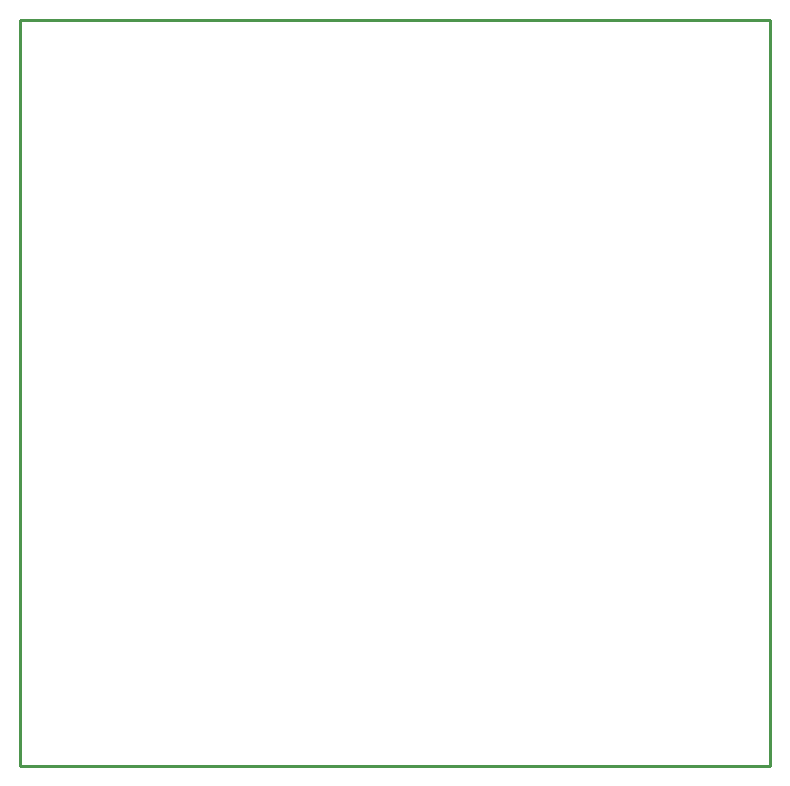
<source format=gbr>
G04 EAGLE Gerber RS-274X export*
G75*
%MOMM*%
%FSLAX34Y34*%
%LPD*%
%IN*%
%IPPOS*%
%AMOC8*
5,1,8,0,0,1.08239X$1,22.5*%
G01*
%ADD10C,0.254000*%


D10*
X-63500Y393700D02*
X571300Y393700D01*
X571300Y1025400D01*
X-63500Y1025400D01*
X-63500Y393700D01*
M02*

</source>
